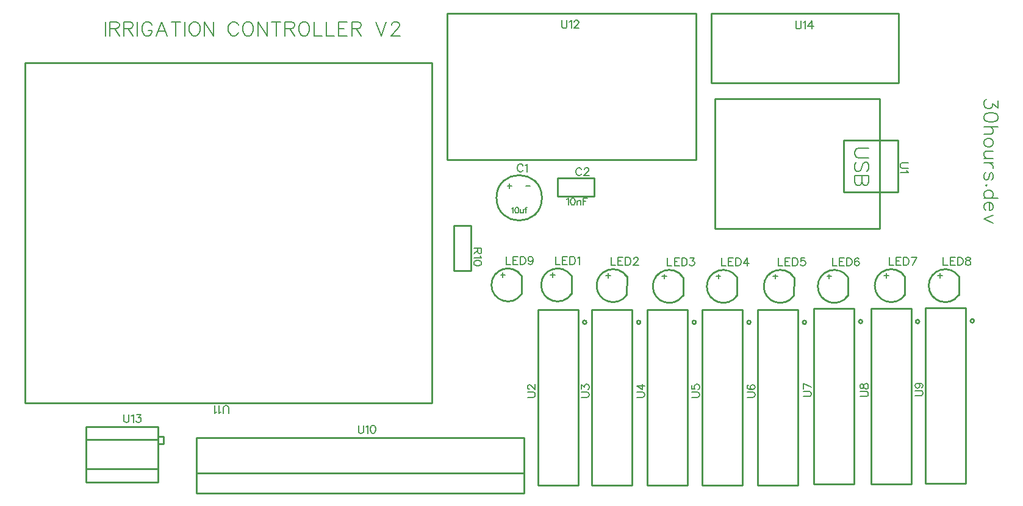
<source format=gto>
G04 Layer: TopSilkscreenLayer*
G04 EasyEDA v6.5.47, 2025-01-04 10:19:41*
G04 86b62169e94744f6ada2980840dbd0f2,9c8959dc7a574dada6669a69c5c32939,10*
G04 Gerber Generator version 0.2*
G04 Scale: 100 percent, Rotated: No, Reflected: No *
G04 Dimensions in millimeters *
G04 leading zeros omitted , absolute positions ,4 integer and 5 decimal *
%FSLAX45Y45*%
%MOMM*%

%ADD10C,0.2032*%
%ADD11C,0.1524*%
%ADD12C,0.1500*%
%ADD13C,0.2540*%

%LPD*%
D10*
X13675045Y5551551D02*
G01*
X13675045Y5449951D01*
X13601131Y5505322D01*
X13601131Y5477637D01*
X13591987Y5459095D01*
X13582589Y5449951D01*
X13554903Y5440553D01*
X13536361Y5440553D01*
X13508675Y5449951D01*
X13490387Y5468493D01*
X13480989Y5496179D01*
X13480989Y5523864D01*
X13490387Y5551551D01*
X13499531Y5560695D01*
X13518073Y5570093D01*
X13675045Y5324220D02*
G01*
X13665901Y5351906D01*
X13637961Y5370448D01*
X13591987Y5379593D01*
X13564301Y5379593D01*
X13518073Y5370448D01*
X13490387Y5351906D01*
X13480989Y5324220D01*
X13480989Y5305932D01*
X13490387Y5277993D01*
X13518073Y5259704D01*
X13564301Y5250306D01*
X13591987Y5250306D01*
X13637961Y5259704D01*
X13665901Y5277993D01*
X13675045Y5305932D01*
X13675045Y5324220D01*
X13675045Y5189346D02*
G01*
X13480989Y5189346D01*
X13573445Y5189346D02*
G01*
X13601131Y5161661D01*
X13610275Y5143372D01*
X13610275Y5115432D01*
X13601131Y5097145D01*
X13573445Y5087746D01*
X13480989Y5087746D01*
X13610275Y4980812D02*
G01*
X13601131Y4999101D01*
X13582589Y5017643D01*
X13554903Y5026787D01*
X13536361Y5026787D01*
X13508675Y5017643D01*
X13490387Y4999101D01*
X13480989Y4980812D01*
X13480989Y4952872D01*
X13490387Y4934585D01*
X13508675Y4916043D01*
X13536361Y4906898D01*
X13554903Y4906898D01*
X13582589Y4916043D01*
X13601131Y4934585D01*
X13610275Y4952872D01*
X13610275Y4980812D01*
X13610275Y4845938D02*
G01*
X13518073Y4845938D01*
X13490387Y4836540D01*
X13480989Y4818253D01*
X13480989Y4790312D01*
X13490387Y4772025D01*
X13518073Y4744338D01*
X13610275Y4744338D02*
G01*
X13480989Y4744338D01*
X13610275Y4683379D02*
G01*
X13480989Y4683379D01*
X13554903Y4683379D02*
G01*
X13582589Y4673980D01*
X13601131Y4655693D01*
X13610275Y4637151D01*
X13610275Y4609464D01*
X13582589Y4446904D02*
G01*
X13601131Y4456048D01*
X13610275Y4483735D01*
X13610275Y4511420D01*
X13601131Y4539106D01*
X13582589Y4548504D01*
X13564301Y4539106D01*
X13554903Y4520819D01*
X13545759Y4474590D01*
X13536361Y4456048D01*
X13518073Y4446904D01*
X13508675Y4446904D01*
X13490387Y4456048D01*
X13480989Y4483735D01*
X13480989Y4511420D01*
X13490387Y4539106D01*
X13508675Y4548504D01*
X13527217Y4376546D02*
G01*
X13518073Y4385945D01*
X13508675Y4376546D01*
X13518073Y4367403D01*
X13527217Y4376546D01*
X13675045Y4195698D02*
G01*
X13480989Y4195698D01*
X13582589Y4195698D02*
G01*
X13601131Y4213987D01*
X13610275Y4232529D01*
X13610275Y4260214D01*
X13601131Y4278756D01*
X13582589Y4297298D01*
X13554903Y4306443D01*
X13536361Y4306443D01*
X13508675Y4297298D01*
X13490387Y4278756D01*
X13480989Y4260214D01*
X13480989Y4232529D01*
X13490387Y4213987D01*
X13508675Y4195698D01*
X13554903Y4134738D02*
G01*
X13554903Y4023740D01*
X13573445Y4023740D01*
X13591987Y4033138D01*
X13601131Y4042282D01*
X13610275Y4060825D01*
X13610275Y4088511D01*
X13601131Y4107053D01*
X13582589Y4125340D01*
X13554903Y4134738D01*
X13536361Y4134738D01*
X13508675Y4125340D01*
X13490387Y4107053D01*
X13480989Y4088511D01*
X13480989Y4060825D01*
X13490387Y4042282D01*
X13508675Y4023740D01*
X13610275Y3962780D02*
G01*
X13480989Y3907409D01*
X13610275Y3852037D02*
G01*
X13480989Y3907409D01*
X1290068Y6645109D02*
G01*
X1290068Y6451053D01*
X1351028Y6645109D02*
G01*
X1351028Y6451053D01*
X1351028Y6645109D02*
G01*
X1434086Y6645109D01*
X1461772Y6635711D01*
X1470916Y6626567D01*
X1480314Y6608025D01*
X1480314Y6589737D01*
X1470916Y6571195D01*
X1461772Y6561797D01*
X1434086Y6552653D01*
X1351028Y6552653D01*
X1415544Y6552653D02*
G01*
X1480314Y6451053D01*
X1541274Y6645109D02*
G01*
X1541274Y6451053D01*
X1541274Y6645109D02*
G01*
X1624332Y6645109D01*
X1652018Y6635711D01*
X1661416Y6626567D01*
X1670560Y6608025D01*
X1670560Y6589737D01*
X1661416Y6571195D01*
X1652018Y6561797D01*
X1624332Y6552653D01*
X1541274Y6552653D01*
X1605790Y6552653D02*
G01*
X1670560Y6451053D01*
X1731520Y6645109D02*
G01*
X1731520Y6451053D01*
X1930910Y6598881D02*
G01*
X1921766Y6617423D01*
X1903224Y6635711D01*
X1884936Y6645109D01*
X1847852Y6645109D01*
X1829310Y6635711D01*
X1811022Y6617423D01*
X1801624Y6598881D01*
X1792480Y6571195D01*
X1792480Y6524967D01*
X1801624Y6497281D01*
X1811022Y6478739D01*
X1829310Y6460197D01*
X1847852Y6451053D01*
X1884936Y6451053D01*
X1903224Y6460197D01*
X1921766Y6478739D01*
X1930910Y6497281D01*
X1930910Y6524967D01*
X1884936Y6524967D02*
G01*
X1930910Y6524967D01*
X2065784Y6645109D02*
G01*
X1991870Y6451053D01*
X2065784Y6645109D02*
G01*
X2139698Y6451053D01*
X2019556Y6515823D02*
G01*
X2112012Y6515823D01*
X2265428Y6645109D02*
G01*
X2265428Y6451053D01*
X2200658Y6645109D02*
G01*
X2329944Y6645109D01*
X2390904Y6645109D02*
G01*
X2390904Y6451053D01*
X2507236Y6645109D02*
G01*
X2488948Y6635711D01*
X2470406Y6617423D01*
X2461262Y6598881D01*
X2451864Y6571195D01*
X2451864Y6524967D01*
X2461262Y6497281D01*
X2470406Y6478739D01*
X2488948Y6460197D01*
X2507236Y6451053D01*
X2544320Y6451053D01*
X2562862Y6460197D01*
X2581150Y6478739D01*
X2590548Y6497281D01*
X2599692Y6524967D01*
X2599692Y6571195D01*
X2590548Y6598881D01*
X2581150Y6617423D01*
X2562862Y6635711D01*
X2544320Y6645109D01*
X2507236Y6645109D01*
X2660652Y6645109D02*
G01*
X2660652Y6451053D01*
X2660652Y6645109D02*
G01*
X2789938Y6451053D01*
X2789938Y6645109D02*
G01*
X2789938Y6451053D01*
X3131822Y6598881D02*
G01*
X3122424Y6617423D01*
X3104136Y6635711D01*
X3085594Y6645109D01*
X3048510Y6645109D01*
X3030222Y6635711D01*
X3011680Y6617423D01*
X3002536Y6598881D01*
X2993138Y6571195D01*
X2993138Y6524967D01*
X3002536Y6497281D01*
X3011680Y6478739D01*
X3030222Y6460197D01*
X3048510Y6451053D01*
X3085594Y6451053D01*
X3104136Y6460197D01*
X3122424Y6478739D01*
X3131822Y6497281D01*
X3248154Y6645109D02*
G01*
X3229612Y6635711D01*
X3211070Y6617423D01*
X3201926Y6598881D01*
X3192782Y6571195D01*
X3192782Y6524967D01*
X3201926Y6497281D01*
X3211070Y6478739D01*
X3229612Y6460197D01*
X3248154Y6451053D01*
X3284984Y6451053D01*
X3303526Y6460197D01*
X3322068Y6478739D01*
X3331212Y6497281D01*
X3340356Y6524967D01*
X3340356Y6571195D01*
X3331212Y6598881D01*
X3322068Y6617423D01*
X3303526Y6635711D01*
X3284984Y6645109D01*
X3248154Y6645109D01*
X3401316Y6645109D02*
G01*
X3401316Y6451053D01*
X3401316Y6645109D02*
G01*
X3530856Y6451053D01*
X3530856Y6645109D02*
G01*
X3530856Y6451053D01*
X3656332Y6645109D02*
G01*
X3656332Y6451053D01*
X3591816Y6645109D02*
G01*
X3721102Y6645109D01*
X3782062Y6645109D02*
G01*
X3782062Y6451053D01*
X3782062Y6645109D02*
G01*
X3865120Y6645109D01*
X3892806Y6635711D01*
X3901950Y6626567D01*
X3911348Y6608025D01*
X3911348Y6589737D01*
X3901950Y6571195D01*
X3892806Y6561797D01*
X3865120Y6552653D01*
X3782062Y6552653D01*
X3846578Y6552653D02*
G01*
X3911348Y6451053D01*
X4027680Y6645109D02*
G01*
X4009138Y6635711D01*
X3990596Y6617423D01*
X3981452Y6598881D01*
X3972308Y6571195D01*
X3972308Y6524967D01*
X3981452Y6497281D01*
X3990596Y6478739D01*
X4009138Y6460197D01*
X4027680Y6451053D01*
X4064510Y6451053D01*
X4083052Y6460197D01*
X4101594Y6478739D01*
X4110738Y6497281D01*
X4120136Y6524967D01*
X4120136Y6571195D01*
X4110738Y6598881D01*
X4101594Y6617423D01*
X4083052Y6635711D01*
X4064510Y6645109D01*
X4027680Y6645109D01*
X4181096Y6645109D02*
G01*
X4181096Y6451053D01*
X4181096Y6451053D02*
G01*
X4291840Y6451053D01*
X4352800Y6645109D02*
G01*
X4352800Y6451053D01*
X4352800Y6451053D02*
G01*
X4463544Y6451053D01*
X4524504Y6645109D02*
G01*
X4524504Y6451053D01*
X4524504Y6645109D02*
G01*
X4644646Y6645109D01*
X4524504Y6552653D02*
G01*
X4598418Y6552653D01*
X4524504Y6451053D02*
G01*
X4644646Y6451053D01*
X4705606Y6645109D02*
G01*
X4705606Y6451053D01*
X4705606Y6645109D02*
G01*
X4788664Y6645109D01*
X4816350Y6635711D01*
X4825748Y6626567D01*
X4834892Y6608025D01*
X4834892Y6589737D01*
X4825748Y6571195D01*
X4816350Y6561797D01*
X4788664Y6552653D01*
X4705606Y6552653D01*
X4770376Y6552653D02*
G01*
X4834892Y6451053D01*
X5038092Y6645109D02*
G01*
X5112006Y6451053D01*
X5185920Y6645109D02*
G01*
X5112006Y6451053D01*
X5256024Y6598881D02*
G01*
X5256024Y6608025D01*
X5265422Y6626567D01*
X5274566Y6635711D01*
X5293108Y6645109D01*
X5329938Y6645109D01*
X5348480Y6635711D01*
X5357624Y6626567D01*
X5367022Y6608025D01*
X5367022Y6589737D01*
X5357624Y6571195D01*
X5339336Y6543509D01*
X5246880Y6451053D01*
X5376166Y6451053D01*
D11*
X7082563Y4644999D02*
G01*
X7077229Y4655413D01*
X7066815Y4665827D01*
X7056655Y4670907D01*
X7035827Y4670907D01*
X7025413Y4665827D01*
X7014999Y4655413D01*
X7009665Y4644999D01*
X7004585Y4629251D01*
X7004585Y4603343D01*
X7009665Y4587849D01*
X7014999Y4577435D01*
X7025413Y4567021D01*
X7035827Y4561941D01*
X7056655Y4561941D01*
X7066815Y4567021D01*
X7077229Y4577435D01*
X7082563Y4587849D01*
X7116853Y4650079D02*
G01*
X7127267Y4655413D01*
X7142761Y4670907D01*
X7142761Y4561941D01*
D10*
X6897651Y4396841D02*
G01*
X6897651Y4331309D01*
X6864885Y4364075D02*
G01*
X6930417Y4364075D01*
X7118885Y4364075D02*
G01*
X7184417Y4364075D01*
X6928385Y4050385D02*
G01*
X6935751Y4053941D01*
X6946673Y4064863D01*
X6946673Y3988409D01*
X6992393Y4064863D02*
G01*
X6981471Y4061307D01*
X6974105Y4050385D01*
X6970549Y4032097D01*
X6970549Y4021175D01*
X6974105Y4002887D01*
X6981471Y3991965D01*
X6992393Y3988409D01*
X6999759Y3988409D01*
X7010681Y3991965D01*
X7017793Y4002887D01*
X7021349Y4021175D01*
X7021349Y4032097D01*
X7017793Y4050385D01*
X7010681Y4061307D01*
X6999759Y4064863D01*
X6992393Y4064863D01*
X7045479Y4039463D02*
G01*
X7045479Y4002887D01*
X7049035Y3991965D01*
X7056401Y3988409D01*
X7067323Y3988409D01*
X7074689Y3991965D01*
X7085357Y4002887D01*
X7085357Y4039463D02*
G01*
X7085357Y3988409D01*
X7138443Y4064863D02*
G01*
X7131331Y4064863D01*
X7123965Y4061307D01*
X7120409Y4050385D01*
X7120409Y3988409D01*
X7109487Y4039463D02*
G01*
X7134887Y4039463D01*
D11*
X7894962Y4591799D02*
G01*
X7889628Y4602213D01*
X7879214Y4612627D01*
X7869054Y4617707D01*
X7848226Y4617707D01*
X7837812Y4612627D01*
X7827398Y4602213D01*
X7822064Y4591799D01*
X7816984Y4576051D01*
X7816984Y4550143D01*
X7822064Y4534649D01*
X7827398Y4524235D01*
X7837812Y4513821D01*
X7848226Y4508741D01*
X7869054Y4508741D01*
X7879214Y4513821D01*
X7889628Y4524235D01*
X7894962Y4534649D01*
X7934332Y4591799D02*
G01*
X7934332Y4596879D01*
X7939666Y4607293D01*
X7944746Y4612627D01*
X7955160Y4617707D01*
X7975988Y4617707D01*
X7986402Y4612627D01*
X7991482Y4607293D01*
X7996816Y4596879D01*
X7996816Y4586465D01*
X7991482Y4576051D01*
X7981068Y4560557D01*
X7929252Y4508741D01*
X8001896Y4508741D01*
D12*
X7689984Y4178795D02*
G01*
X7699128Y4183367D01*
X7712590Y4196829D01*
X7712590Y4101325D01*
X7769994Y4196829D02*
G01*
X7756278Y4192257D01*
X7747134Y4178795D01*
X7742816Y4155935D01*
X7742816Y4142473D01*
X7747134Y4119613D01*
X7756278Y4105897D01*
X7769994Y4101325D01*
X7779138Y4101325D01*
X7792600Y4105897D01*
X7801744Y4119613D01*
X7806316Y4142473D01*
X7806316Y4155935D01*
X7801744Y4178795D01*
X7792600Y4192257D01*
X7779138Y4196829D01*
X7769994Y4196829D01*
X7836288Y4165079D02*
G01*
X7836288Y4101325D01*
X7836288Y4146791D02*
G01*
X7850004Y4160507D01*
X7859148Y4165079D01*
X7872610Y4165079D01*
X7881754Y4160507D01*
X7886326Y4146791D01*
X7886326Y4101325D01*
X7916298Y4196829D02*
G01*
X7916298Y4101325D01*
X7916298Y4196829D02*
G01*
X7975480Y4196829D01*
X7916298Y4151363D02*
G01*
X7952620Y4151363D01*
D11*
X7537574Y3384710D02*
G01*
X7537574Y3275744D01*
X7537574Y3275744D02*
G01*
X7599804Y3275744D01*
X7634094Y3384710D02*
G01*
X7634094Y3275744D01*
X7634094Y3384710D02*
G01*
X7701658Y3384710D01*
X7634094Y3332894D02*
G01*
X7675750Y3332894D01*
X7634094Y3275744D02*
G01*
X7701658Y3275744D01*
X7735948Y3384710D02*
G01*
X7735948Y3275744D01*
X7735948Y3384710D02*
G01*
X7772524Y3384710D01*
X7788018Y3379630D01*
X7798432Y3369216D01*
X7803512Y3358802D01*
X7808846Y3343054D01*
X7808846Y3317146D01*
X7803512Y3301652D01*
X7798432Y3291238D01*
X7788018Y3280824D01*
X7772524Y3275744D01*
X7735948Y3275744D01*
X7843136Y3363882D02*
G01*
X7853550Y3369216D01*
X7869044Y3384710D01*
X7869044Y3275744D01*
D10*
X7494140Y3161444D02*
G01*
X7494140Y3095912D01*
X7461374Y3128678D02*
G01*
X7526906Y3128678D01*
D11*
X8307572Y3374710D02*
G01*
X8307572Y3265744D01*
X8307572Y3265744D02*
G01*
X8369802Y3265744D01*
X8404092Y3374710D02*
G01*
X8404092Y3265744D01*
X8404092Y3374710D02*
G01*
X8471656Y3374710D01*
X8404092Y3322894D02*
G01*
X8445748Y3322894D01*
X8404092Y3265744D02*
G01*
X8471656Y3265744D01*
X8505946Y3374710D02*
G01*
X8505946Y3265744D01*
X8505946Y3374710D02*
G01*
X8542522Y3374710D01*
X8558016Y3369630D01*
X8568430Y3359216D01*
X8573510Y3348802D01*
X8578844Y3333054D01*
X8578844Y3307146D01*
X8573510Y3291652D01*
X8568430Y3281238D01*
X8558016Y3270824D01*
X8542522Y3265744D01*
X8505946Y3265744D01*
X8618214Y3348802D02*
G01*
X8618214Y3353882D01*
X8623548Y3364296D01*
X8628628Y3369630D01*
X8639042Y3374710D01*
X8659870Y3374710D01*
X8670284Y3369630D01*
X8675364Y3364296D01*
X8680698Y3353882D01*
X8680698Y3343468D01*
X8675364Y3333054D01*
X8664950Y3317560D01*
X8613134Y3265744D01*
X8685778Y3265744D01*
D10*
X8264138Y3151444D02*
G01*
X8264138Y3085912D01*
X8231372Y3118678D02*
G01*
X8296904Y3118678D01*
D11*
X9087571Y3364710D02*
G01*
X9087571Y3255744D01*
X9087571Y3255744D02*
G01*
X9149801Y3255744D01*
X9184091Y3364710D02*
G01*
X9184091Y3255744D01*
X9184091Y3364710D02*
G01*
X9251655Y3364710D01*
X9184091Y3312894D02*
G01*
X9225747Y3312894D01*
X9184091Y3255744D02*
G01*
X9251655Y3255744D01*
X9285945Y3364710D02*
G01*
X9285945Y3255744D01*
X9285945Y3364710D02*
G01*
X9322521Y3364710D01*
X9338015Y3359630D01*
X9348429Y3349216D01*
X9353509Y3338802D01*
X9358843Y3323054D01*
X9358843Y3297146D01*
X9353509Y3281652D01*
X9348429Y3271238D01*
X9338015Y3260824D01*
X9322521Y3255744D01*
X9285945Y3255744D01*
X9403547Y3364710D02*
G01*
X9460697Y3364710D01*
X9429455Y3323054D01*
X9444949Y3323054D01*
X9455363Y3317974D01*
X9460697Y3312894D01*
X9465777Y3297146D01*
X9465777Y3286732D01*
X9460697Y3271238D01*
X9450283Y3260824D01*
X9434535Y3255744D01*
X9419041Y3255744D01*
X9403547Y3260824D01*
X9398213Y3265904D01*
X9393133Y3276318D01*
D10*
X9044137Y3141444D02*
G01*
X9044137Y3075912D01*
X9011371Y3108678D02*
G01*
X9076903Y3108678D01*
D11*
X9837569Y3364710D02*
G01*
X9837569Y3255744D01*
X9837569Y3255744D02*
G01*
X9899799Y3255744D01*
X9934089Y3364710D02*
G01*
X9934089Y3255744D01*
X9934089Y3364710D02*
G01*
X10001653Y3364710D01*
X9934089Y3312894D02*
G01*
X9975745Y3312894D01*
X9934089Y3255744D02*
G01*
X10001653Y3255744D01*
X10035943Y3364710D02*
G01*
X10035943Y3255744D01*
X10035943Y3364710D02*
G01*
X10072519Y3364710D01*
X10088013Y3359630D01*
X10098427Y3349216D01*
X10103507Y3338802D01*
X10108841Y3323054D01*
X10108841Y3297146D01*
X10103507Y3281652D01*
X10098427Y3271238D01*
X10088013Y3260824D01*
X10072519Y3255744D01*
X10035943Y3255744D01*
X10194947Y3364710D02*
G01*
X10143131Y3292066D01*
X10221109Y3292066D01*
X10194947Y3364710D02*
G01*
X10194947Y3255744D01*
D10*
X9794135Y3141444D02*
G01*
X9794135Y3075912D01*
X9761369Y3108678D02*
G01*
X9826901Y3108678D01*
D11*
X10627568Y3364710D02*
G01*
X10627568Y3255744D01*
X10627568Y3255744D02*
G01*
X10689798Y3255744D01*
X10724088Y3364710D02*
G01*
X10724088Y3255744D01*
X10724088Y3364710D02*
G01*
X10791652Y3364710D01*
X10724088Y3312894D02*
G01*
X10765744Y3312894D01*
X10724088Y3255744D02*
G01*
X10791652Y3255744D01*
X10825942Y3364710D02*
G01*
X10825942Y3255744D01*
X10825942Y3364710D02*
G01*
X10862518Y3364710D01*
X10878012Y3359630D01*
X10888426Y3349216D01*
X10893506Y3338802D01*
X10898840Y3323054D01*
X10898840Y3297146D01*
X10893506Y3281652D01*
X10888426Y3271238D01*
X10878012Y3260824D01*
X10862518Y3255744D01*
X10825942Y3255744D01*
X10995360Y3364710D02*
G01*
X10943544Y3364710D01*
X10938210Y3317974D01*
X10943544Y3323054D01*
X10959038Y3328388D01*
X10974532Y3328388D01*
X10990280Y3323054D01*
X11000694Y3312894D01*
X11005774Y3297146D01*
X11005774Y3286732D01*
X11000694Y3271238D01*
X10990280Y3260824D01*
X10974532Y3255744D01*
X10959038Y3255744D01*
X10943544Y3260824D01*
X10938210Y3265904D01*
X10933130Y3276318D01*
D10*
X10584134Y3141444D02*
G01*
X10584134Y3075912D01*
X10551368Y3108678D02*
G01*
X10616900Y3108678D01*
D11*
X11377566Y3364710D02*
G01*
X11377566Y3255744D01*
X11377566Y3255744D02*
G01*
X11439796Y3255744D01*
X11474086Y3364710D02*
G01*
X11474086Y3255744D01*
X11474086Y3364710D02*
G01*
X11541650Y3364710D01*
X11474086Y3312894D02*
G01*
X11515742Y3312894D01*
X11474086Y3255744D02*
G01*
X11541650Y3255744D01*
X11575940Y3364710D02*
G01*
X11575940Y3255744D01*
X11575940Y3364710D02*
G01*
X11612516Y3364710D01*
X11628010Y3359630D01*
X11638424Y3349216D01*
X11643504Y3338802D01*
X11648838Y3323054D01*
X11648838Y3297146D01*
X11643504Y3281652D01*
X11638424Y3271238D01*
X11628010Y3260824D01*
X11612516Y3255744D01*
X11575940Y3255744D01*
X11745358Y3349216D02*
G01*
X11740278Y3359630D01*
X11724530Y3364710D01*
X11714116Y3364710D01*
X11698622Y3359630D01*
X11688208Y3343882D01*
X11683128Y3317974D01*
X11683128Y3292066D01*
X11688208Y3271238D01*
X11698622Y3260824D01*
X11714116Y3255744D01*
X11719450Y3255744D01*
X11734944Y3260824D01*
X11745358Y3271238D01*
X11750692Y3286732D01*
X11750692Y3292066D01*
X11745358Y3307560D01*
X11734944Y3317974D01*
X11719450Y3323054D01*
X11714116Y3323054D01*
X11698622Y3317974D01*
X11688208Y3307560D01*
X11683128Y3292066D01*
D10*
X11334132Y3141444D02*
G01*
X11334132Y3075912D01*
X11301366Y3108678D02*
G01*
X11366898Y3108678D01*
D11*
X12167565Y3374710D02*
G01*
X12167565Y3265744D01*
X12167565Y3265744D02*
G01*
X12229795Y3265744D01*
X12264085Y3374710D02*
G01*
X12264085Y3265744D01*
X12264085Y3374710D02*
G01*
X12331649Y3374710D01*
X12264085Y3322894D02*
G01*
X12305741Y3322894D01*
X12264085Y3265744D02*
G01*
X12331649Y3265744D01*
X12365939Y3374710D02*
G01*
X12365939Y3265744D01*
X12365939Y3374710D02*
G01*
X12402515Y3374710D01*
X12418009Y3369630D01*
X12428423Y3359216D01*
X12433503Y3348802D01*
X12438837Y3333054D01*
X12438837Y3307146D01*
X12433503Y3291652D01*
X12428423Y3281238D01*
X12418009Y3270824D01*
X12402515Y3265744D01*
X12365939Y3265744D01*
X12545771Y3374710D02*
G01*
X12493955Y3265744D01*
X12473127Y3374710D02*
G01*
X12545771Y3374710D01*
D10*
X12124131Y3151444D02*
G01*
X12124131Y3085912D01*
X12091365Y3118678D02*
G01*
X12156897Y3118678D01*
D11*
X12917563Y3374710D02*
G01*
X12917563Y3265744D01*
X12917563Y3265744D02*
G01*
X12979793Y3265744D01*
X13014083Y3374710D02*
G01*
X13014083Y3265744D01*
X13014083Y3374710D02*
G01*
X13081647Y3374710D01*
X13014083Y3322894D02*
G01*
X13055739Y3322894D01*
X13014083Y3265744D02*
G01*
X13081647Y3265744D01*
X13115937Y3374710D02*
G01*
X13115937Y3265744D01*
X13115937Y3374710D02*
G01*
X13152513Y3374710D01*
X13168007Y3369630D01*
X13178421Y3359216D01*
X13183501Y3348802D01*
X13188835Y3333054D01*
X13188835Y3307146D01*
X13183501Y3291652D01*
X13178421Y3281238D01*
X13168007Y3270824D01*
X13152513Y3265744D01*
X13115937Y3265744D01*
X13249033Y3374710D02*
G01*
X13233539Y3369630D01*
X13228205Y3359216D01*
X13228205Y3348802D01*
X13233539Y3338388D01*
X13243953Y3333054D01*
X13264527Y3327974D01*
X13280275Y3322894D01*
X13290689Y3312480D01*
X13295769Y3302066D01*
X13295769Y3286318D01*
X13290689Y3275904D01*
X13285355Y3270824D01*
X13269861Y3265744D01*
X13249033Y3265744D01*
X13233539Y3270824D01*
X13228205Y3275904D01*
X13223125Y3286318D01*
X13223125Y3302066D01*
X13228205Y3312480D01*
X13238619Y3322894D01*
X13254113Y3327974D01*
X13274941Y3333054D01*
X13285355Y3338388D01*
X13290689Y3348802D01*
X13290689Y3359216D01*
X13285355Y3369630D01*
X13269861Y3374710D01*
X13249033Y3374710D01*
D10*
X12874129Y3151444D02*
G01*
X12874129Y3085912D01*
X12841363Y3118678D02*
G01*
X12906895Y3118678D01*
D11*
X6847575Y3384710D02*
G01*
X6847575Y3275744D01*
X6847575Y3275744D02*
G01*
X6909805Y3275744D01*
X6944095Y3384710D02*
G01*
X6944095Y3275744D01*
X6944095Y3384710D02*
G01*
X7011659Y3384710D01*
X6944095Y3332894D02*
G01*
X6985751Y3332894D01*
X6944095Y3275744D02*
G01*
X7011659Y3275744D01*
X7045949Y3384710D02*
G01*
X7045949Y3275744D01*
X7045949Y3384710D02*
G01*
X7082525Y3384710D01*
X7098019Y3379630D01*
X7108433Y3369216D01*
X7113513Y3358802D01*
X7118847Y3343054D01*
X7118847Y3317146D01*
X7113513Y3301652D01*
X7108433Y3291238D01*
X7098019Y3280824D01*
X7082525Y3275744D01*
X7045949Y3275744D01*
X7220701Y3348388D02*
G01*
X7215367Y3332894D01*
X7204953Y3322480D01*
X7189459Y3317146D01*
X7184125Y3317146D01*
X7168631Y3322480D01*
X7158217Y3332894D01*
X7153137Y3348388D01*
X7153137Y3353468D01*
X7158217Y3369216D01*
X7168631Y3379630D01*
X7184125Y3384710D01*
X7189459Y3384710D01*
X7204953Y3379630D01*
X7215367Y3369216D01*
X7220701Y3348388D01*
X7220701Y3322480D01*
X7215367Y3296318D01*
X7204953Y3280824D01*
X7189459Y3275744D01*
X7179045Y3275744D01*
X7163551Y3280824D01*
X7158217Y3291238D01*
D10*
X6804141Y3161444D02*
G01*
X6804141Y3095912D01*
X6771375Y3128678D02*
G01*
X6836907Y3128678D01*
D11*
X6507703Y3499993D02*
G01*
X6398737Y3499993D01*
X6507703Y3499993D02*
G01*
X6507703Y3453256D01*
X6502623Y3437762D01*
X6497289Y3432429D01*
X6486875Y3427348D01*
X6476461Y3427348D01*
X6466047Y3432429D01*
X6460967Y3437762D01*
X6455887Y3453256D01*
X6455887Y3499993D01*
X6455887Y3463670D02*
G01*
X6398737Y3427348D01*
X6486875Y3393059D02*
G01*
X6492209Y3382645D01*
X6507703Y3366896D01*
X6398737Y3366896D01*
X6507703Y3301619D02*
G01*
X6502623Y3317112D01*
X6486875Y3327527D01*
X6460967Y3332606D01*
X6445473Y3332606D01*
X6419311Y3327527D01*
X6403817Y3317112D01*
X6398737Y3301619D01*
X6398737Y3291204D01*
X6403817Y3275456D01*
X6419311Y3265043D01*
X6445473Y3259962D01*
X6460967Y3259962D01*
X6486875Y3265043D01*
X6502623Y3275456D01*
X6507703Y3291204D01*
X6507703Y3301619D01*
X12426695Y4683389D02*
G01*
X12348718Y4683389D01*
X12333224Y4678309D01*
X12322809Y4667895D01*
X12317729Y4652147D01*
X12317729Y4641733D01*
X12322809Y4626239D01*
X12333224Y4615825D01*
X12348718Y4610745D01*
X12426695Y4610745D01*
X12405868Y4576455D02*
G01*
X12411202Y4566041D01*
X12426695Y4550293D01*
X12317729Y4550293D01*
D10*
X11881358Y4886589D02*
G01*
X11742927Y4886589D01*
X11715241Y4877445D01*
X11696700Y4858903D01*
X11687556Y4831217D01*
X11687556Y4812675D01*
X11696700Y4784989D01*
X11715241Y4766447D01*
X11742927Y4757303D01*
X11881358Y4757303D01*
X11853672Y4567057D02*
G01*
X11872213Y4585599D01*
X11881358Y4613285D01*
X11881358Y4650115D01*
X11872213Y4677801D01*
X11853672Y4696343D01*
X11835129Y4696343D01*
X11816841Y4687199D01*
X11807443Y4677801D01*
X11798300Y4659259D01*
X11779758Y4603887D01*
X11770613Y4585599D01*
X11761470Y4576201D01*
X11742927Y4567057D01*
X11715241Y4567057D01*
X11696700Y4585599D01*
X11687556Y4613285D01*
X11687556Y4650115D01*
X11696700Y4677801D01*
X11715241Y4696343D01*
X11881358Y4506097D02*
G01*
X11687556Y4506097D01*
X11881358Y4506097D02*
G01*
X11881358Y4423039D01*
X11872213Y4395099D01*
X11863070Y4385955D01*
X11844527Y4376811D01*
X11825986Y4376811D01*
X11807443Y4385955D01*
X11798300Y4395099D01*
X11789156Y4423039D01*
X11789156Y4506097D02*
G01*
X11789156Y4423039D01*
X11779758Y4395099D01*
X11770613Y4385955D01*
X11752072Y4376811D01*
X11724386Y4376811D01*
X11705843Y4385955D01*
X11696700Y4395099D01*
X11687556Y4423039D01*
X11687556Y4506097D01*
D11*
X7144164Y1430797D02*
G01*
X7222142Y1430797D01*
X7237636Y1435877D01*
X7248050Y1446291D01*
X7253130Y1462039D01*
X7253130Y1472453D01*
X7248050Y1487947D01*
X7237636Y1498361D01*
X7222142Y1503441D01*
X7144164Y1503441D01*
X7170072Y1543065D02*
G01*
X7164992Y1543065D01*
X7154578Y1548145D01*
X7149244Y1553479D01*
X7144164Y1563893D01*
X7144164Y1584467D01*
X7149244Y1594881D01*
X7154578Y1600215D01*
X7164992Y1605295D01*
X7175406Y1605295D01*
X7185820Y1600215D01*
X7201314Y1589801D01*
X7253130Y1537731D01*
X7253130Y1610629D01*
X7894162Y1430797D02*
G01*
X7972140Y1430797D01*
X7987634Y1435877D01*
X7998048Y1446291D01*
X8003128Y1462039D01*
X8003128Y1472453D01*
X7998048Y1487947D01*
X7987634Y1498361D01*
X7972140Y1503441D01*
X7894162Y1503441D01*
X7894162Y1548145D02*
G01*
X7894162Y1605295D01*
X7935818Y1574307D01*
X7935818Y1589801D01*
X7940898Y1600215D01*
X7945978Y1605295D01*
X7961726Y1610629D01*
X7972140Y1610629D01*
X7987634Y1605295D01*
X7998048Y1594881D01*
X8003128Y1579387D01*
X8003128Y1563893D01*
X7998048Y1548145D01*
X7992968Y1543065D01*
X7982554Y1537731D01*
X8664160Y1430797D02*
G01*
X8742138Y1430797D01*
X8757632Y1435877D01*
X8768046Y1446291D01*
X8773126Y1462039D01*
X8773126Y1472453D01*
X8768046Y1487947D01*
X8757632Y1498361D01*
X8742138Y1503441D01*
X8664160Y1503441D01*
X8664160Y1589801D02*
G01*
X8736804Y1537731D01*
X8736804Y1615709D01*
X8664160Y1589801D02*
G01*
X8773126Y1589801D01*
X9424159Y1430797D02*
G01*
X9502137Y1430797D01*
X9517631Y1435877D01*
X9528045Y1446291D01*
X9533125Y1462039D01*
X9533125Y1472453D01*
X9528045Y1487947D01*
X9517631Y1498361D01*
X9502137Y1503441D01*
X9424159Y1503441D01*
X9424159Y1600215D02*
G01*
X9424159Y1548145D01*
X9470895Y1543065D01*
X9465815Y1548145D01*
X9460481Y1563893D01*
X9460481Y1579387D01*
X9465815Y1594881D01*
X9475975Y1605295D01*
X9491723Y1610629D01*
X9502137Y1610629D01*
X9517631Y1605295D01*
X9528045Y1594881D01*
X9533125Y1579387D01*
X9533125Y1563893D01*
X9528045Y1548145D01*
X9522965Y1543065D01*
X9512551Y1537731D01*
X10194157Y1430797D02*
G01*
X10272135Y1430797D01*
X10287629Y1435877D01*
X10298043Y1446291D01*
X10303123Y1462039D01*
X10303123Y1472453D01*
X10298043Y1487947D01*
X10287629Y1498361D01*
X10272135Y1503441D01*
X10194157Y1503441D01*
X10209651Y1600215D02*
G01*
X10199237Y1594881D01*
X10194157Y1579387D01*
X10194157Y1568973D01*
X10199237Y1553479D01*
X10214985Y1543065D01*
X10240893Y1537731D01*
X10266801Y1537731D01*
X10287629Y1543065D01*
X10298043Y1553479D01*
X10303123Y1568973D01*
X10303123Y1574307D01*
X10298043Y1589801D01*
X10287629Y1600215D01*
X10272135Y1605295D01*
X10266801Y1605295D01*
X10251307Y1600215D01*
X10240893Y1589801D01*
X10235813Y1574307D01*
X10235813Y1568973D01*
X10240893Y1553479D01*
X10251307Y1543065D01*
X10266801Y1537731D01*
X10974156Y1440797D02*
G01*
X11052134Y1440797D01*
X11067628Y1445877D01*
X11078042Y1456291D01*
X11083122Y1472039D01*
X11083122Y1482453D01*
X11078042Y1497947D01*
X11067628Y1508361D01*
X11052134Y1513441D01*
X10974156Y1513441D01*
X10974156Y1620629D02*
G01*
X11083122Y1568559D01*
X10974156Y1547731D02*
G01*
X10974156Y1620629D01*
X11764154Y1440797D02*
G01*
X11842132Y1440797D01*
X11857626Y1445877D01*
X11868040Y1456291D01*
X11873120Y1472039D01*
X11873120Y1482453D01*
X11868040Y1497947D01*
X11857626Y1508361D01*
X11842132Y1513441D01*
X11764154Y1513441D01*
X11764154Y1573893D02*
G01*
X11769234Y1558145D01*
X11779648Y1553065D01*
X11790062Y1553065D01*
X11800476Y1558145D01*
X11805810Y1568559D01*
X11810890Y1589387D01*
X11815970Y1604881D01*
X11826384Y1615295D01*
X11836798Y1620629D01*
X11852546Y1620629D01*
X11862960Y1615295D01*
X11868040Y1610215D01*
X11873120Y1594467D01*
X11873120Y1573893D01*
X11868040Y1558145D01*
X11862960Y1553065D01*
X11852546Y1547731D01*
X11836798Y1547731D01*
X11826384Y1553065D01*
X11815970Y1563479D01*
X11810890Y1578973D01*
X11805810Y1599801D01*
X11800476Y1610215D01*
X11790062Y1615295D01*
X11779648Y1615295D01*
X11769234Y1610215D01*
X11764154Y1594467D01*
X11764154Y1573893D01*
X12524153Y1450797D02*
G01*
X12602131Y1450797D01*
X12617625Y1455877D01*
X12628039Y1466291D01*
X12633119Y1482039D01*
X12633119Y1492453D01*
X12628039Y1507947D01*
X12617625Y1518361D01*
X12602131Y1523441D01*
X12524153Y1523441D01*
X12560475Y1625295D02*
G01*
X12575969Y1620215D01*
X12586383Y1609801D01*
X12591717Y1594307D01*
X12591717Y1588973D01*
X12586383Y1573479D01*
X12575969Y1563065D01*
X12560475Y1557731D01*
X12555395Y1557731D01*
X12539647Y1563065D01*
X12529233Y1573479D01*
X12524153Y1588973D01*
X12524153Y1594307D01*
X12529233Y1609801D01*
X12539647Y1620215D01*
X12560475Y1625295D01*
X12586383Y1625295D01*
X12612545Y1620215D01*
X12628039Y1609801D01*
X12633119Y1594307D01*
X12633119Y1583893D01*
X12628039Y1568145D01*
X12617625Y1563065D01*
X4798593Y1040114D02*
G01*
X4798593Y962136D01*
X4803673Y946642D01*
X4814087Y936228D01*
X4829835Y931148D01*
X4840249Y931148D01*
X4855743Y936228D01*
X4866157Y946642D01*
X4871237Y962136D01*
X4871237Y1040114D01*
X4905527Y1019286D02*
G01*
X4915941Y1024620D01*
X4931689Y1040114D01*
X4931689Y931148D01*
X4996967Y1040114D02*
G01*
X4981473Y1035034D01*
X4971059Y1019286D01*
X4965979Y993378D01*
X4965979Y977884D01*
X4971059Y951722D01*
X4981473Y936228D01*
X4996967Y931148D01*
X5007381Y931148D01*
X5023129Y936228D01*
X5033543Y951722D01*
X5038623Y977884D01*
X5038623Y993378D01*
X5033543Y1019286D01*
X5023129Y1035034D01*
X5007381Y1040114D01*
X4996967Y1040114D01*
X2995394Y1207076D02*
G01*
X2995394Y1285054D01*
X2990314Y1300548D01*
X2979900Y1310962D01*
X2964152Y1316042D01*
X2953738Y1316042D01*
X2938244Y1310962D01*
X2927830Y1300548D01*
X2922750Y1285054D01*
X2922750Y1207076D01*
X2888460Y1227904D02*
G01*
X2878046Y1222570D01*
X2862298Y1207076D01*
X2862298Y1316042D01*
X2828008Y1227904D02*
G01*
X2817594Y1222570D01*
X2802100Y1207076D01*
X2802100Y1316042D01*
X7619977Y6665315D02*
G01*
X7619977Y6587337D01*
X7625057Y6571843D01*
X7635471Y6561429D01*
X7651219Y6556349D01*
X7661633Y6556349D01*
X7677127Y6561429D01*
X7687541Y6571843D01*
X7692621Y6587337D01*
X7692621Y6665315D01*
X7726911Y6644487D02*
G01*
X7737325Y6649821D01*
X7753073Y6665315D01*
X7753073Y6556349D01*
X7792443Y6639407D02*
G01*
X7792443Y6644487D01*
X7797777Y6654901D01*
X7802857Y6660235D01*
X7813271Y6665315D01*
X7834099Y6665315D01*
X7844513Y6660235D01*
X7849593Y6654901D01*
X7854927Y6644487D01*
X7854927Y6634073D01*
X7849593Y6623659D01*
X7839179Y6608165D01*
X7787363Y6556349D01*
X7860007Y6556349D01*
X1541396Y1192514D02*
G01*
X1541396Y1114536D01*
X1546476Y1099042D01*
X1556890Y1088628D01*
X1572638Y1083548D01*
X1583052Y1083548D01*
X1598546Y1088628D01*
X1608960Y1099042D01*
X1614040Y1114536D01*
X1614040Y1192514D01*
X1648330Y1171686D02*
G01*
X1658744Y1177020D01*
X1674492Y1192514D01*
X1674492Y1083548D01*
X1719196Y1192514D02*
G01*
X1776346Y1192514D01*
X1745104Y1150858D01*
X1760598Y1150858D01*
X1771012Y1145778D01*
X1776346Y1140698D01*
X1781426Y1124950D01*
X1781426Y1114536D01*
X1776346Y1099042D01*
X1765932Y1088628D01*
X1750184Y1083548D01*
X1734690Y1083548D01*
X1719196Y1088628D01*
X1713862Y1093708D01*
X1708782Y1104122D01*
X10869965Y6655305D02*
G01*
X10869965Y6577327D01*
X10875045Y6561833D01*
X10885459Y6551419D01*
X10901207Y6546339D01*
X10911621Y6546339D01*
X10927115Y6551419D01*
X10937529Y6561833D01*
X10942609Y6577327D01*
X10942609Y6655305D01*
X10976899Y6634477D02*
G01*
X10987313Y6639811D01*
X11003061Y6655305D01*
X11003061Y6546339D01*
X11089167Y6655305D02*
G01*
X11037351Y6582661D01*
X11115075Y6582661D01*
X11089167Y6655305D02*
G01*
X11089167Y6546339D01*
D13*
X7562984Y4476991D02*
G01*
X8070984Y4476991D01*
X8070984Y4222991D01*
X7562984Y4222991D01*
X7562984Y4476991D01*
X7753220Y2863199D02*
G01*
X7753753Y3117987D01*
X8523218Y2853199D02*
G01*
X8523752Y3107987D01*
X9303217Y2843199D02*
G01*
X9303750Y3097987D01*
X10053215Y2843199D02*
G01*
X10053749Y3097987D01*
X10843214Y2843199D02*
G01*
X10843747Y3097987D01*
X11593212Y2843199D02*
G01*
X11593746Y3097987D01*
X12383211Y2853199D02*
G01*
X12383744Y3107987D01*
X13133209Y2853199D02*
G01*
X13133743Y3107987D01*
X7063221Y2863199D02*
G01*
X7063755Y3117987D01*
X6120607Y3814953D02*
G01*
X6359367Y3814953D01*
X6359367Y3814953D02*
G01*
X6359367Y3185032D01*
X6359367Y3185032D02*
G01*
X6120607Y3185032D01*
X6120607Y3185032D02*
G01*
X6120607Y3814953D01*
X12031979Y5572389D02*
G01*
X12031979Y3768989D01*
X9745979Y3768989D01*
X9745979Y5572389D01*
X12031979Y5572389D01*
X12285979Y5000889D02*
G01*
X12285979Y4276989D01*
X11536679Y4276989D01*
X11536679Y5000889D01*
X12285979Y5000889D01*
X7290577Y210799D02*
G01*
X7290577Y2649199D01*
X7849377Y2649199D01*
X7849377Y210799D01*
X7290577Y210799D01*
X8040575Y210799D02*
G01*
X8040575Y2649199D01*
X8599375Y2649199D01*
X8599375Y210799D01*
X8040575Y210799D01*
X8810574Y210799D02*
G01*
X8810574Y2649199D01*
X9369374Y2649199D01*
X9369374Y210799D01*
X8810574Y210799D01*
X9570572Y210799D02*
G01*
X9570572Y2649199D01*
X10129372Y2649199D01*
X10129372Y210799D01*
X9570572Y210799D01*
X10340571Y210799D02*
G01*
X10340571Y2649199D01*
X10899371Y2649199D01*
X10899371Y210799D01*
X10340571Y210799D01*
X11120569Y220799D02*
G01*
X11120569Y2659199D01*
X11679369Y2659199D01*
X11679369Y220799D01*
X11120569Y220799D01*
X11910568Y220799D02*
G01*
X11910568Y2659199D01*
X12469368Y2659199D01*
X12469368Y220799D01*
X11910568Y220799D01*
X12670566Y230799D02*
G01*
X12670566Y2669199D01*
X13229366Y2669199D01*
X13229366Y230799D01*
X12670566Y230799D01*
X7049983Y374408D02*
G01*
X7099985Y374434D01*
X2549992Y374408D02*
G01*
X7049983Y374408D01*
X7049983Y99999D02*
G01*
X7099985Y99999D01*
X7049983Y869998D02*
G01*
X7099985Y869998D01*
X7099985Y869998D02*
G01*
X7099985Y99999D01*
X2549992Y869998D02*
G01*
X2549992Y99997D01*
X2549992Y99999D02*
G01*
X7049983Y99999D01*
X2549992Y869998D02*
G01*
X7049983Y869998D01*
X5814794Y1347792D02*
G01*
X174800Y1347792D01*
X174800Y6077780D01*
X5814794Y6077780D01*
X5814794Y1347792D01*
X6025984Y6760001D02*
G01*
X9480384Y6760001D01*
X9480384Y4728001D01*
X6025984Y4728001D01*
X6025984Y6760001D01*
X1019995Y1019997D02*
G01*
X2019995Y1019997D01*
X2019995Y1019997D02*
G01*
X2019995Y249999D01*
X1019995Y1019997D02*
G01*
X1019995Y249999D01*
X1019995Y249999D02*
G01*
X2019995Y249999D01*
X1019995Y840054D02*
G01*
X2019995Y840054D01*
X1019995Y435538D02*
G01*
X2019995Y435538D01*
X2027996Y886698D02*
G01*
X2090795Y886698D01*
X2090795Y782637D01*
X2027996Y782637D01*
X9694565Y6764985D02*
G01*
X12294560Y6764985D01*
X12294560Y5794984D01*
X9694565Y5794984D01*
X9694565Y6764985D01*
G75*
G01*
X7753220Y3116740D02*
G03*
X7753220Y2863248I-190245J-126746D01*
G75*
G01*
X8523219Y3106740D02*
G03*
X8523219Y2853248I-190246J-126746D01*
G75*
G01*
X9303217Y3096740D02*
G03*
X9303217Y2843248I-190245J-126746D01*
G75*
G01*
X10053216Y3096740D02*
G03*
X10053216Y2843248I-190246J-126746D01*
G75*
G01*
X10843214Y3096740D02*
G03*
X10843214Y2843248I-190245J-126746D01*
G75*
G01*
X11593213Y3096740D02*
G03*
X11593213Y2843248I-190246J-126746D01*
G75*
G01*
X12383211Y3106740D02*
G03*
X12383211Y2853248I-190245J-126746D01*
G75*
G01*
X13133210Y3106740D02*
G03*
X13133210Y2853248I-190246J-126746D01*
G75*
G01*
X7063222Y3116740D02*
G03*
X7063222Y2863248I-190246J-126746D01*
G75*
G01
X7344994Y4199992D02*
G03X7344994Y4199992I-315011J0D01*
G75*
G01
X7963992Y2471420D02*
G03X7963992Y2471420I-25400J0D01*
G75*
G01
X8713978Y2471420D02*
G03X8713978Y2471420I-25400J0D01*
G75*
G01
X9483979Y2471420D02*
G03X9483979Y2471420I-25400J0D01*
G75*
G01
X10243972Y2471420D02*
G03X10243972Y2471420I-25400J0D01*
G75*
G01
X11013973Y2471420D02*
G03X11013973Y2471420I-25400J0D01*
G75*
G01
X11793982Y2481428D02*
G03X11793982Y2481428I-25400J0D01*
G75*
G01
X12583973Y2481428D02*
G03X12583973Y2481428I-25400J0D01*
G75*
G01
X13343966Y2491410D02*
G03X13343966Y2491410I-25400J0D01*
M02*

</source>
